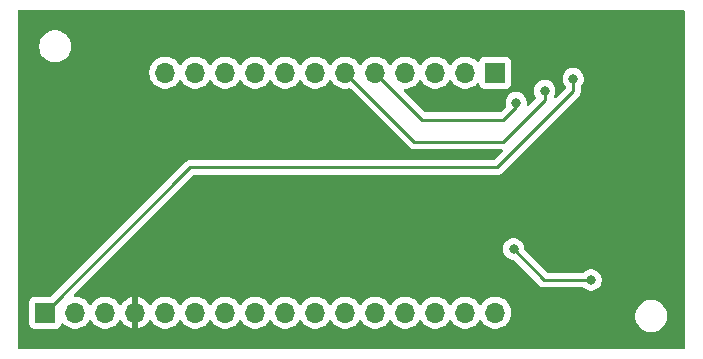
<source format=gbr>
%TF.GenerationSoftware,KiCad,Pcbnew,9.0.4*%
%TF.CreationDate,2025-11-17T08:26:25+00:00*%
%TF.ProjectId,MRF-Pro-v7.5,4d52462d-5072-46f2-9d76-372e352e6b69,rev?*%
%TF.SameCoordinates,Original*%
%TF.FileFunction,Copper,L2,Bot*%
%TF.FilePolarity,Positive*%
%FSLAX46Y46*%
G04 Gerber Fmt 4.6, Leading zero omitted, Abs format (unit mm)*
G04 Created by KiCad (PCBNEW 9.0.4) date 2025-11-17 08:26:25*
%MOMM*%
%LPD*%
G01*
G04 APERTURE LIST*
%TA.AperFunction,ComponentPad*%
%ADD10R,1.700000X1.700000*%
%TD*%
%TA.AperFunction,ComponentPad*%
%ADD11O,1.700000X1.700000*%
%TD*%
%TA.AperFunction,ViaPad*%
%ADD12C,0.800000*%
%TD*%
%TA.AperFunction,Conductor*%
%ADD13C,0.250000*%
%TD*%
G04 APERTURE END LIST*
D10*
%TO.P,J2,1,Pin_1*%
%TO.N,Net-(J2-Pin_1)*%
X146050000Y-101600000D03*
D11*
%TO.P,J2,2,Pin_2*%
%TO.N,Net-(J2-Pin_2)*%
X143510000Y-101600000D03*
%TO.P,J2,3,Pin_3*%
%TO.N,unconnected-(J2-Pin_3-Pad3)*%
X140970000Y-101600000D03*
%TO.P,J2,4,Pin_4*%
%TO.N,unconnected-(J2-Pin_4-Pad4)*%
X138430000Y-101600000D03*
%TO.P,J2,5,Pin_5*%
%TO.N,Net-(J2-Pin_5)*%
X135890000Y-101600000D03*
%TO.P,J2,6,Pin_6*%
%TO.N,Net-(J2-Pin_6)*%
X133350000Y-101600000D03*
%TO.P,J2,7,Pin_7*%
%TO.N,Net-(J2-Pin_7)*%
X130810000Y-101600000D03*
%TO.P,J2,8,Pin_8*%
%TO.N,unconnected-(J2-Pin_8-Pad8)*%
X128270000Y-101600000D03*
%TO.P,J2,9,Pin_9*%
%TO.N,unconnected-(J2-Pin_9-Pad9)*%
X125730000Y-101600000D03*
%TO.P,J2,10,Pin_10*%
%TO.N,unconnected-(J2-Pin_10-Pad10)*%
X123190000Y-101600000D03*
%TO.P,J2,11,Pin_11*%
%TO.N,unconnected-(J2-Pin_11-Pad11)*%
X120650000Y-101600000D03*
%TO.P,J2,12,Pin_12*%
%TO.N,unconnected-(J2-Pin_12-Pad12)*%
X118110000Y-101600000D03*
%TD*%
D10*
%TO.P,J1,1,Pin_1*%
%TO.N,Net-(J1-Pin_1)*%
X107950000Y-121920000D03*
D11*
%TO.P,J1,2,Pin_2*%
%TO.N,/3.3V*%
X110490000Y-121920000D03*
%TO.P,J1,3,Pin_3*%
%TO.N,unconnected-(J1-Pin_3-Pad3)*%
X113030000Y-121920000D03*
%TO.P,J1,4,Pin_4*%
%TO.N,/GND*%
X115570000Y-121920000D03*
%TO.P,J1,5,Pin_5*%
%TO.N,unconnected-(J1-Pin_5-Pad5)*%
X118110000Y-121920000D03*
%TO.P,J1,6,Pin_6*%
%TO.N,unconnected-(J1-Pin_6-Pad6)*%
X120650000Y-121920000D03*
%TO.P,J1,7,Pin_7*%
%TO.N,unconnected-(J1-Pin_7-Pad7)*%
X123190000Y-121920000D03*
%TO.P,J1,8,Pin_8*%
%TO.N,unconnected-(J1-Pin_8-Pad8)*%
X125730000Y-121920000D03*
%TO.P,J1,9,Pin_9*%
%TO.N,unconnected-(J1-Pin_9-Pad9)*%
X128270000Y-121920000D03*
%TO.P,J1,10,Pin_10*%
%TO.N,unconnected-(J1-Pin_10-Pad10)*%
X130810000Y-121920000D03*
%TO.P,J1,11,Pin_11*%
%TO.N,unconnected-(J1-Pin_11-Pad11)*%
X133350000Y-121920000D03*
%TO.P,J1,12,Pin_12*%
%TO.N,unconnected-(J1-Pin_12-Pad12)*%
X135890000Y-121920000D03*
%TO.P,J1,13,Pin_13*%
%TO.N,unconnected-(J1-Pin_13-Pad13)*%
X138430000Y-121920000D03*
%TO.P,J1,14,Pin_14*%
%TO.N,Net-(J1-Pin_14)*%
X140970000Y-121920000D03*
%TO.P,J1,15,Pin_15*%
%TO.N,Net-(J1-Pin_15)*%
X143510000Y-121920000D03*
%TO.P,J1,16,Pin_16*%
%TO.N,unconnected-(J1-Pin_16-Pad16)*%
X146050000Y-121920000D03*
%TD*%
D12*
%TO.N,Net-(J2-Pin_6)*%
X150241000Y-103124000D03*
%TO.N,/GND*%
X157650000Y-114620000D03*
X157672800Y-101100000D03*
%TO.N,Net-(J1-Pin_1)*%
X152654000Y-102108000D03*
%TO.N,Net-(J2-Pin_5)*%
X147828000Y-104140000D03*
%TO.N,Net-(J2-Pin_7)*%
X147599400Y-116535200D03*
X154178000Y-119151400D03*
%TD*%
D13*
%TO.N,Net-(J2-Pin_6)*%
X146735800Y-107442000D02*
X139192000Y-107442000D01*
X139192000Y-107442000D02*
X133350000Y-101600000D01*
X150241000Y-103124000D02*
X150291800Y-103174800D01*
X150291800Y-103174800D02*
X150291800Y-103886000D01*
X150291800Y-103886000D02*
X146735800Y-107442000D01*
%TO.N,Net-(J1-Pin_1)*%
X152654000Y-102108000D02*
X152654000Y-103174800D01*
X152654000Y-103174800D02*
X146202400Y-109626400D01*
X146202400Y-109626400D02*
X120243600Y-109626400D01*
X120243600Y-109626400D02*
X107950000Y-121920000D01*
%TO.N,Net-(J2-Pin_5)*%
X139877800Y-105587800D02*
X135890000Y-101600000D01*
X147828000Y-104140000D02*
X147828000Y-104495600D01*
X147828000Y-104495600D02*
X146735800Y-105587800D01*
X146735800Y-105587800D02*
X139877800Y-105587800D01*
%TO.N,Net-(J2-Pin_7)*%
X147599400Y-116535200D02*
X150215600Y-119151400D01*
X150215600Y-119151400D02*
X154178000Y-119151400D01*
%TD*%
%TA.AperFunction,Conductor*%
%TO.N,/GND*%
G36*
X162070739Y-96286185D02*
G01*
X162116494Y-96338989D01*
X162127700Y-96390500D01*
X162127700Y-124868900D01*
X162108015Y-124935939D01*
X162055211Y-124981694D01*
X162003700Y-124992900D01*
X105788500Y-124992900D01*
X105721461Y-124973215D01*
X105675706Y-124920411D01*
X105664500Y-124868900D01*
X105664500Y-121022135D01*
X106599500Y-121022135D01*
X106599500Y-122817870D01*
X106599501Y-122817876D01*
X106605908Y-122877483D01*
X106656202Y-123012328D01*
X106656206Y-123012335D01*
X106742452Y-123127544D01*
X106742455Y-123127547D01*
X106857664Y-123213793D01*
X106857671Y-123213797D01*
X106992517Y-123264091D01*
X106992516Y-123264091D01*
X106999444Y-123264835D01*
X107052127Y-123270500D01*
X108847872Y-123270499D01*
X108907483Y-123264091D01*
X109042331Y-123213796D01*
X109157546Y-123127546D01*
X109243796Y-123012331D01*
X109292810Y-122880916D01*
X109334681Y-122824984D01*
X109400145Y-122800566D01*
X109468418Y-122815417D01*
X109496673Y-122836569D01*
X109610213Y-122950109D01*
X109782179Y-123075048D01*
X109782181Y-123075049D01*
X109782184Y-123075051D01*
X109971588Y-123171557D01*
X110173757Y-123237246D01*
X110383713Y-123270500D01*
X110383714Y-123270500D01*
X110596286Y-123270500D01*
X110596287Y-123270500D01*
X110806243Y-123237246D01*
X111008412Y-123171557D01*
X111197816Y-123075051D01*
X111284138Y-123012335D01*
X111369786Y-122950109D01*
X111369788Y-122950106D01*
X111369792Y-122950104D01*
X111520104Y-122799792D01*
X111520106Y-122799788D01*
X111520109Y-122799786D01*
X111645048Y-122627820D01*
X111645047Y-122627820D01*
X111645051Y-122627816D01*
X111649514Y-122619054D01*
X111697488Y-122568259D01*
X111765308Y-122551463D01*
X111831444Y-122573999D01*
X111870486Y-122619056D01*
X111874951Y-122627820D01*
X111999890Y-122799786D01*
X112150213Y-122950109D01*
X112322179Y-123075048D01*
X112322181Y-123075049D01*
X112322184Y-123075051D01*
X112511588Y-123171557D01*
X112713757Y-123237246D01*
X112923713Y-123270500D01*
X112923714Y-123270500D01*
X113136286Y-123270500D01*
X113136287Y-123270500D01*
X113346243Y-123237246D01*
X113548412Y-123171557D01*
X113737816Y-123075051D01*
X113824138Y-123012335D01*
X113909786Y-122950109D01*
X113909788Y-122950106D01*
X113909792Y-122950104D01*
X114060104Y-122799792D01*
X114060106Y-122799788D01*
X114060109Y-122799786D01*
X114185048Y-122627820D01*
X114185051Y-122627816D01*
X114189793Y-122618508D01*
X114237763Y-122567711D01*
X114305583Y-122550911D01*
X114371719Y-122573445D01*
X114410763Y-122618500D01*
X114415377Y-122627555D01*
X114540272Y-122799459D01*
X114540276Y-122799464D01*
X114690535Y-122949723D01*
X114690540Y-122949727D01*
X114862442Y-123074620D01*
X115051782Y-123171095D01*
X115253871Y-123236757D01*
X115320000Y-123247231D01*
X115320000Y-122353012D01*
X115377007Y-122385925D01*
X115504174Y-122420000D01*
X115635826Y-122420000D01*
X115762993Y-122385925D01*
X115820000Y-122353012D01*
X115820000Y-123247230D01*
X115886126Y-123236757D01*
X115886129Y-123236757D01*
X116088217Y-123171095D01*
X116277557Y-123074620D01*
X116449459Y-122949727D01*
X116449464Y-122949723D01*
X116599723Y-122799464D01*
X116599727Y-122799459D01*
X116724620Y-122627558D01*
X116729232Y-122618507D01*
X116777205Y-122567709D01*
X116845025Y-122550912D01*
X116911161Y-122573447D01*
X116950204Y-122618504D01*
X116954949Y-122627817D01*
X117079890Y-122799786D01*
X117230213Y-122950109D01*
X117402179Y-123075048D01*
X117402181Y-123075049D01*
X117402184Y-123075051D01*
X117591588Y-123171557D01*
X117793757Y-123237246D01*
X118003713Y-123270500D01*
X118003714Y-123270500D01*
X118216286Y-123270500D01*
X118216287Y-123270500D01*
X118426243Y-123237246D01*
X118628412Y-123171557D01*
X118817816Y-123075051D01*
X118904138Y-123012335D01*
X118989786Y-122950109D01*
X118989788Y-122950106D01*
X118989792Y-122950104D01*
X119140104Y-122799792D01*
X119140106Y-122799788D01*
X119140109Y-122799786D01*
X119265048Y-122627820D01*
X119265047Y-122627820D01*
X119265051Y-122627816D01*
X119269514Y-122619054D01*
X119317488Y-122568259D01*
X119385308Y-122551463D01*
X119451444Y-122573999D01*
X119490486Y-122619056D01*
X119494951Y-122627820D01*
X119619890Y-122799786D01*
X119770213Y-122950109D01*
X119942179Y-123075048D01*
X119942181Y-123075049D01*
X119942184Y-123075051D01*
X120131588Y-123171557D01*
X120333757Y-123237246D01*
X120543713Y-123270500D01*
X120543714Y-123270500D01*
X120756286Y-123270500D01*
X120756287Y-123270500D01*
X120966243Y-123237246D01*
X121168412Y-123171557D01*
X121357816Y-123075051D01*
X121444138Y-123012335D01*
X121529786Y-122950109D01*
X121529788Y-122950106D01*
X121529792Y-122950104D01*
X121680104Y-122799792D01*
X121680106Y-122799788D01*
X121680109Y-122799786D01*
X121805048Y-122627820D01*
X121805047Y-122627820D01*
X121805051Y-122627816D01*
X121809514Y-122619054D01*
X121857488Y-122568259D01*
X121925308Y-122551463D01*
X121991444Y-122573999D01*
X122030486Y-122619056D01*
X122034951Y-122627820D01*
X122159890Y-122799786D01*
X122310213Y-122950109D01*
X122482179Y-123075048D01*
X122482181Y-123075049D01*
X122482184Y-123075051D01*
X122671588Y-123171557D01*
X122873757Y-123237246D01*
X123083713Y-123270500D01*
X123083714Y-123270500D01*
X123296286Y-123270500D01*
X123296287Y-123270500D01*
X123506243Y-123237246D01*
X123708412Y-123171557D01*
X123897816Y-123075051D01*
X123984138Y-123012335D01*
X124069786Y-122950109D01*
X124069788Y-122950106D01*
X124069792Y-122950104D01*
X124220104Y-122799792D01*
X124220106Y-122799788D01*
X124220109Y-122799786D01*
X124345048Y-122627820D01*
X124345047Y-122627820D01*
X124345051Y-122627816D01*
X124349514Y-122619054D01*
X124397488Y-122568259D01*
X124465308Y-122551463D01*
X124531444Y-122573999D01*
X124570486Y-122619056D01*
X124574951Y-122627820D01*
X124699890Y-122799786D01*
X124850213Y-122950109D01*
X125022179Y-123075048D01*
X125022181Y-123075049D01*
X125022184Y-123075051D01*
X125211588Y-123171557D01*
X125413757Y-123237246D01*
X125623713Y-123270500D01*
X125623714Y-123270500D01*
X125836286Y-123270500D01*
X125836287Y-123270500D01*
X126046243Y-123237246D01*
X126248412Y-123171557D01*
X126437816Y-123075051D01*
X126524138Y-123012335D01*
X126609786Y-122950109D01*
X126609788Y-122950106D01*
X126609792Y-122950104D01*
X126760104Y-122799792D01*
X126760106Y-122799788D01*
X126760109Y-122799786D01*
X126885048Y-122627820D01*
X126885047Y-122627820D01*
X126885051Y-122627816D01*
X126889514Y-122619054D01*
X126937488Y-122568259D01*
X127005308Y-122551463D01*
X127071444Y-122573999D01*
X127110486Y-122619056D01*
X127114951Y-122627820D01*
X127239890Y-122799786D01*
X127390213Y-122950109D01*
X127562179Y-123075048D01*
X127562181Y-123075049D01*
X127562184Y-123075051D01*
X127751588Y-123171557D01*
X127953757Y-123237246D01*
X128163713Y-123270500D01*
X128163714Y-123270500D01*
X128376286Y-123270500D01*
X128376287Y-123270500D01*
X128586243Y-123237246D01*
X128788412Y-123171557D01*
X128977816Y-123075051D01*
X129064138Y-123012335D01*
X129149786Y-122950109D01*
X129149788Y-122950106D01*
X129149792Y-122950104D01*
X129300104Y-122799792D01*
X129300106Y-122799788D01*
X129300109Y-122799786D01*
X129425048Y-122627820D01*
X129425047Y-122627820D01*
X129425051Y-122627816D01*
X129429514Y-122619054D01*
X129477488Y-122568259D01*
X129545308Y-122551463D01*
X129611444Y-122573999D01*
X129650486Y-122619056D01*
X129654951Y-122627820D01*
X129779890Y-122799786D01*
X129930213Y-122950109D01*
X130102179Y-123075048D01*
X130102181Y-123075049D01*
X130102184Y-123075051D01*
X130291588Y-123171557D01*
X130493757Y-123237246D01*
X130703713Y-123270500D01*
X130703714Y-123270500D01*
X130916286Y-123270500D01*
X130916287Y-123270500D01*
X131126243Y-123237246D01*
X131328412Y-123171557D01*
X131517816Y-123075051D01*
X131604138Y-123012335D01*
X131689786Y-122950109D01*
X131689788Y-122950106D01*
X131689792Y-122950104D01*
X131840104Y-122799792D01*
X131840106Y-122799788D01*
X131840109Y-122799786D01*
X131965048Y-122627820D01*
X131965047Y-122627820D01*
X131965051Y-122627816D01*
X131969514Y-122619054D01*
X132017488Y-122568259D01*
X132085308Y-122551463D01*
X132151444Y-122573999D01*
X132190486Y-122619056D01*
X132194951Y-122627820D01*
X132319890Y-122799786D01*
X132470213Y-122950109D01*
X132642179Y-123075048D01*
X132642181Y-123075049D01*
X132642184Y-123075051D01*
X132831588Y-123171557D01*
X133033757Y-123237246D01*
X133243713Y-123270500D01*
X133243714Y-123270500D01*
X133456286Y-123270500D01*
X133456287Y-123270500D01*
X133666243Y-123237246D01*
X133868412Y-123171557D01*
X134057816Y-123075051D01*
X134144138Y-123012335D01*
X134229786Y-122950109D01*
X134229788Y-122950106D01*
X134229792Y-122950104D01*
X134380104Y-122799792D01*
X134380106Y-122799788D01*
X134380109Y-122799786D01*
X134505048Y-122627820D01*
X134505047Y-122627820D01*
X134505051Y-122627816D01*
X134509514Y-122619054D01*
X134557488Y-122568259D01*
X134625308Y-122551463D01*
X134691444Y-122573999D01*
X134730486Y-122619056D01*
X134734951Y-122627820D01*
X134859890Y-122799786D01*
X135010213Y-122950109D01*
X135182179Y-123075048D01*
X135182181Y-123075049D01*
X135182184Y-123075051D01*
X135371588Y-123171557D01*
X135573757Y-123237246D01*
X135783713Y-123270500D01*
X135783714Y-123270500D01*
X135996286Y-123270500D01*
X135996287Y-123270500D01*
X136206243Y-123237246D01*
X136408412Y-123171557D01*
X136597816Y-123075051D01*
X136684138Y-123012335D01*
X136769786Y-122950109D01*
X136769788Y-122950106D01*
X136769792Y-122950104D01*
X136920104Y-122799792D01*
X136920106Y-122799788D01*
X136920109Y-122799786D01*
X137045048Y-122627820D01*
X137045047Y-122627820D01*
X137045051Y-122627816D01*
X137049514Y-122619054D01*
X137097488Y-122568259D01*
X137165308Y-122551463D01*
X137231444Y-122573999D01*
X137270486Y-122619056D01*
X137274951Y-122627820D01*
X137399890Y-122799786D01*
X137550213Y-122950109D01*
X137722179Y-123075048D01*
X137722181Y-123075049D01*
X137722184Y-123075051D01*
X137911588Y-123171557D01*
X138113757Y-123237246D01*
X138323713Y-123270500D01*
X138323714Y-123270500D01*
X138536286Y-123270500D01*
X138536287Y-123270500D01*
X138746243Y-123237246D01*
X138948412Y-123171557D01*
X139137816Y-123075051D01*
X139224138Y-123012335D01*
X139309786Y-122950109D01*
X139309788Y-122950106D01*
X139309792Y-122950104D01*
X139460104Y-122799792D01*
X139460106Y-122799788D01*
X139460109Y-122799786D01*
X139585048Y-122627820D01*
X139585047Y-122627820D01*
X139585051Y-122627816D01*
X139589514Y-122619054D01*
X139637488Y-122568259D01*
X139705308Y-122551463D01*
X139771444Y-122573999D01*
X139810486Y-122619056D01*
X139814951Y-122627820D01*
X139939890Y-122799786D01*
X140090213Y-122950109D01*
X140262179Y-123075048D01*
X140262181Y-123075049D01*
X140262184Y-123075051D01*
X140451588Y-123171557D01*
X140653757Y-123237246D01*
X140863713Y-123270500D01*
X140863714Y-123270500D01*
X141076286Y-123270500D01*
X141076287Y-123270500D01*
X141286243Y-123237246D01*
X141488412Y-123171557D01*
X141677816Y-123075051D01*
X141764138Y-123012335D01*
X141849786Y-122950109D01*
X141849788Y-122950106D01*
X141849792Y-122950104D01*
X142000104Y-122799792D01*
X142000106Y-122799788D01*
X142000109Y-122799786D01*
X142125048Y-122627820D01*
X142125047Y-122627820D01*
X142125051Y-122627816D01*
X142129514Y-122619054D01*
X142177488Y-122568259D01*
X142245308Y-122551463D01*
X142311444Y-122573999D01*
X142350486Y-122619056D01*
X142354951Y-122627820D01*
X142479890Y-122799786D01*
X142630213Y-122950109D01*
X142802179Y-123075048D01*
X142802181Y-123075049D01*
X142802184Y-123075051D01*
X142991588Y-123171557D01*
X143193757Y-123237246D01*
X143403713Y-123270500D01*
X143403714Y-123270500D01*
X143616286Y-123270500D01*
X143616287Y-123270500D01*
X143826243Y-123237246D01*
X144028412Y-123171557D01*
X144217816Y-123075051D01*
X144304138Y-123012335D01*
X144389786Y-122950109D01*
X144389788Y-122950106D01*
X144389792Y-122950104D01*
X144540104Y-122799792D01*
X144540106Y-122799788D01*
X144540109Y-122799786D01*
X144665048Y-122627820D01*
X144665047Y-122627820D01*
X144665051Y-122627816D01*
X144669514Y-122619054D01*
X144717488Y-122568259D01*
X144785308Y-122551463D01*
X144851444Y-122573999D01*
X144890486Y-122619056D01*
X144894951Y-122627820D01*
X145019890Y-122799786D01*
X145170213Y-122950109D01*
X145342179Y-123075048D01*
X145342181Y-123075049D01*
X145342184Y-123075051D01*
X145531588Y-123171557D01*
X145733757Y-123237246D01*
X145943713Y-123270500D01*
X145943714Y-123270500D01*
X146156286Y-123270500D01*
X146156287Y-123270500D01*
X146366243Y-123237246D01*
X146568412Y-123171557D01*
X146757816Y-123075051D01*
X146844138Y-123012335D01*
X146929786Y-122950109D01*
X146929788Y-122950106D01*
X146929792Y-122950104D01*
X147080104Y-122799792D01*
X147080106Y-122799788D01*
X147080109Y-122799786D01*
X147205048Y-122627820D01*
X147205047Y-122627820D01*
X147205051Y-122627816D01*
X147301557Y-122438412D01*
X147367246Y-122236243D01*
X147389916Y-122093113D01*
X157907500Y-122093113D01*
X157907500Y-122305686D01*
X157925605Y-122420000D01*
X157940754Y-122515643D01*
X157977201Y-122627816D01*
X158006444Y-122717814D01*
X158102951Y-122907220D01*
X158227890Y-123079186D01*
X158378213Y-123229509D01*
X158550179Y-123354448D01*
X158550181Y-123354449D01*
X158550184Y-123354451D01*
X158739588Y-123450957D01*
X158941757Y-123516646D01*
X159151713Y-123549900D01*
X159151714Y-123549900D01*
X159364286Y-123549900D01*
X159364287Y-123549900D01*
X159574243Y-123516646D01*
X159776412Y-123450957D01*
X159965816Y-123354451D01*
X159987789Y-123338486D01*
X160137786Y-123229509D01*
X160137788Y-123229506D01*
X160137792Y-123229504D01*
X160288104Y-123079192D01*
X160288106Y-123079188D01*
X160288109Y-123079186D01*
X160413048Y-122907220D01*
X160413047Y-122907220D01*
X160413051Y-122907216D01*
X160509557Y-122717812D01*
X160575246Y-122515643D01*
X160608500Y-122305687D01*
X160608500Y-122093113D01*
X160575246Y-121883157D01*
X160509557Y-121680988D01*
X160413051Y-121491584D01*
X160413049Y-121491581D01*
X160413048Y-121491579D01*
X160288109Y-121319613D01*
X160137786Y-121169290D01*
X159965820Y-121044351D01*
X159776414Y-120947844D01*
X159776413Y-120947843D01*
X159776412Y-120947843D01*
X159574243Y-120882154D01*
X159574241Y-120882153D01*
X159574240Y-120882153D01*
X159412957Y-120856608D01*
X159364287Y-120848900D01*
X159151713Y-120848900D01*
X159103042Y-120856608D01*
X158941760Y-120882153D01*
X158739585Y-120947844D01*
X158550179Y-121044351D01*
X158378213Y-121169290D01*
X158227890Y-121319613D01*
X158102951Y-121491579D01*
X158006444Y-121680985D01*
X157940753Y-121883160D01*
X157907500Y-122093113D01*
X147389916Y-122093113D01*
X147400500Y-122026287D01*
X147400500Y-121813713D01*
X147367246Y-121603757D01*
X147301557Y-121401588D01*
X147205051Y-121212184D01*
X147205049Y-121212181D01*
X147205048Y-121212179D01*
X147080109Y-121040213D01*
X146929786Y-120889890D01*
X146757820Y-120764951D01*
X146568414Y-120668444D01*
X146568413Y-120668443D01*
X146568412Y-120668443D01*
X146366243Y-120602754D01*
X146366241Y-120602753D01*
X146366240Y-120602753D01*
X146204957Y-120577208D01*
X146156287Y-120569500D01*
X145943713Y-120569500D01*
X145895042Y-120577208D01*
X145733760Y-120602753D01*
X145531585Y-120668444D01*
X145342179Y-120764951D01*
X145170213Y-120889890D01*
X145019890Y-121040213D01*
X144894949Y-121212182D01*
X144890484Y-121220946D01*
X144842509Y-121271742D01*
X144774688Y-121288536D01*
X144708553Y-121265998D01*
X144669516Y-121220946D01*
X144665050Y-121212182D01*
X144540109Y-121040213D01*
X144389786Y-120889890D01*
X144217820Y-120764951D01*
X144028414Y-120668444D01*
X144028413Y-120668443D01*
X144028412Y-120668443D01*
X143826243Y-120602754D01*
X143826241Y-120602753D01*
X143826240Y-120602753D01*
X143664957Y-120577208D01*
X143616287Y-120569500D01*
X143403713Y-120569500D01*
X143355042Y-120577208D01*
X143193760Y-120602753D01*
X142991585Y-120668444D01*
X142802179Y-120764951D01*
X142630213Y-120889890D01*
X142479890Y-121040213D01*
X142354949Y-121212182D01*
X142350484Y-121220946D01*
X142302509Y-121271742D01*
X142234688Y-121288536D01*
X142168553Y-121265998D01*
X142129516Y-121220946D01*
X142125050Y-121212182D01*
X142000109Y-121040213D01*
X141849786Y-120889890D01*
X141677820Y-120764951D01*
X141488414Y-120668444D01*
X141488413Y-120668443D01*
X141488412Y-120668443D01*
X141286243Y-120602754D01*
X141286241Y-120602753D01*
X141286240Y-120602753D01*
X141124957Y-120577208D01*
X141076287Y-120569500D01*
X140863713Y-120569500D01*
X140815042Y-120577208D01*
X140653760Y-120602753D01*
X140451585Y-120668444D01*
X140262179Y-120764951D01*
X140090213Y-120889890D01*
X139939890Y-121040213D01*
X139814949Y-121212182D01*
X139810484Y-121220946D01*
X139762509Y-121271742D01*
X139694688Y-121288536D01*
X139628553Y-121265998D01*
X139589516Y-121220946D01*
X139585050Y-121212182D01*
X139460109Y-121040213D01*
X139309786Y-120889890D01*
X139137820Y-120764951D01*
X138948414Y-120668444D01*
X138948413Y-120668443D01*
X138948412Y-120668443D01*
X138746243Y-120602754D01*
X138746241Y-120602753D01*
X138746240Y-120602753D01*
X138584957Y-120577208D01*
X138536287Y-120569500D01*
X138323713Y-120569500D01*
X138275042Y-120577208D01*
X138113760Y-120602753D01*
X137911585Y-120668444D01*
X137722179Y-120764951D01*
X137550213Y-120889890D01*
X137399890Y-121040213D01*
X137274949Y-121212182D01*
X137270484Y-121220946D01*
X137222509Y-121271742D01*
X137154688Y-121288536D01*
X137088553Y-121265998D01*
X137049516Y-121220946D01*
X137045050Y-121212182D01*
X136920109Y-121040213D01*
X136769786Y-120889890D01*
X136597820Y-120764951D01*
X136408414Y-120668444D01*
X136408413Y-120668443D01*
X136408412Y-120668443D01*
X136206243Y-120602754D01*
X136206241Y-120602753D01*
X136206240Y-120602753D01*
X136044957Y-120577208D01*
X135996287Y-120569500D01*
X135783713Y-120569500D01*
X135735042Y-120577208D01*
X135573760Y-120602753D01*
X135371585Y-120668444D01*
X135182179Y-120764951D01*
X135010213Y-120889890D01*
X134859890Y-121040213D01*
X134734949Y-121212182D01*
X134730484Y-121220946D01*
X134682509Y-121271742D01*
X134614688Y-121288536D01*
X134548553Y-121265998D01*
X134509516Y-121220946D01*
X134505050Y-121212182D01*
X134380109Y-121040213D01*
X134229786Y-120889890D01*
X134057820Y-120764951D01*
X133868414Y-120668444D01*
X133868413Y-120668443D01*
X133868412Y-120668443D01*
X133666243Y-120602754D01*
X133666241Y-120602753D01*
X133666240Y-120602753D01*
X133504957Y-120577208D01*
X133456287Y-120569500D01*
X133243713Y-120569500D01*
X133195042Y-120577208D01*
X133033760Y-120602753D01*
X132831585Y-120668444D01*
X132642179Y-120764951D01*
X132470213Y-120889890D01*
X132319890Y-121040213D01*
X132194949Y-121212182D01*
X132190484Y-121220946D01*
X132142509Y-121271742D01*
X132074688Y-121288536D01*
X132008553Y-121265998D01*
X131969516Y-121220946D01*
X131965050Y-121212182D01*
X131840109Y-121040213D01*
X131689786Y-120889890D01*
X131517820Y-120764951D01*
X131328414Y-120668444D01*
X131328413Y-120668443D01*
X131328412Y-120668443D01*
X131126243Y-120602754D01*
X131126241Y-120602753D01*
X131126240Y-120602753D01*
X130964957Y-120577208D01*
X130916287Y-120569500D01*
X130703713Y-120569500D01*
X130655042Y-120577208D01*
X130493760Y-120602753D01*
X130291585Y-120668444D01*
X130102179Y-120764951D01*
X129930213Y-120889890D01*
X129779890Y-121040213D01*
X129654949Y-121212182D01*
X129650484Y-121220946D01*
X129602509Y-121271742D01*
X129534688Y-121288536D01*
X129468553Y-121265998D01*
X129429516Y-121220946D01*
X129425050Y-121212182D01*
X129300109Y-121040213D01*
X129149786Y-120889890D01*
X128977820Y-120764951D01*
X128788414Y-120668444D01*
X128788413Y-120668443D01*
X128788412Y-120668443D01*
X128586243Y-120602754D01*
X128586241Y-120602753D01*
X128586240Y-120602753D01*
X128424957Y-120577208D01*
X128376287Y-120569500D01*
X128163713Y-120569500D01*
X128115042Y-120577208D01*
X127953760Y-120602753D01*
X127751585Y-120668444D01*
X127562179Y-120764951D01*
X127390213Y-120889890D01*
X127239890Y-121040213D01*
X127114949Y-121212182D01*
X127110484Y-121220946D01*
X127062509Y-121271742D01*
X126994688Y-121288536D01*
X126928553Y-121265998D01*
X126889516Y-121220946D01*
X126885050Y-121212182D01*
X126760109Y-121040213D01*
X126609786Y-120889890D01*
X126437820Y-120764951D01*
X126248414Y-120668444D01*
X126248413Y-120668443D01*
X126248412Y-120668443D01*
X126046243Y-120602754D01*
X126046241Y-120602753D01*
X126046240Y-120602753D01*
X125884957Y-120577208D01*
X125836287Y-120569500D01*
X125623713Y-120569500D01*
X125575042Y-120577208D01*
X125413760Y-120602753D01*
X125211585Y-120668444D01*
X125022179Y-120764951D01*
X124850213Y-120889890D01*
X124699890Y-121040213D01*
X124574949Y-121212182D01*
X124570484Y-121220946D01*
X124522509Y-121271742D01*
X124454688Y-121288536D01*
X124388553Y-121265998D01*
X124349516Y-121220946D01*
X124345050Y-121212182D01*
X124220109Y-121040213D01*
X124069786Y-120889890D01*
X123897820Y-120764951D01*
X123708414Y-120668444D01*
X123708413Y-120668443D01*
X123708412Y-120668443D01*
X123506243Y-120602754D01*
X123506241Y-120602753D01*
X123506240Y-120602753D01*
X123344957Y-120577208D01*
X123296287Y-120569500D01*
X123083713Y-120569500D01*
X123035042Y-120577208D01*
X122873760Y-120602753D01*
X122671585Y-120668444D01*
X122482179Y-120764951D01*
X122310213Y-120889890D01*
X122159890Y-121040213D01*
X122034949Y-121212182D01*
X122030484Y-121220946D01*
X121982509Y-121271742D01*
X121914688Y-121288536D01*
X121848553Y-121265998D01*
X121809516Y-121220946D01*
X121805050Y-121212182D01*
X121680109Y-121040213D01*
X121529786Y-120889890D01*
X121357820Y-120764951D01*
X121168414Y-120668444D01*
X121168413Y-120668443D01*
X121168412Y-120668443D01*
X120966243Y-120602754D01*
X120966241Y-120602753D01*
X120966240Y-120602753D01*
X120804957Y-120577208D01*
X120756287Y-120569500D01*
X120543713Y-120569500D01*
X120495042Y-120577208D01*
X120333760Y-120602753D01*
X120131585Y-120668444D01*
X119942179Y-120764951D01*
X119770213Y-120889890D01*
X119619890Y-121040213D01*
X119494949Y-121212182D01*
X119490484Y-121220946D01*
X119442509Y-121271742D01*
X119374688Y-121288536D01*
X119308553Y-121265998D01*
X119269516Y-121220946D01*
X119265050Y-121212182D01*
X119140109Y-121040213D01*
X118989786Y-120889890D01*
X118817820Y-120764951D01*
X118628414Y-120668444D01*
X118628413Y-120668443D01*
X118628412Y-120668443D01*
X118426243Y-120602754D01*
X118426241Y-120602753D01*
X118426240Y-120602753D01*
X118264957Y-120577208D01*
X118216287Y-120569500D01*
X118003713Y-120569500D01*
X117955042Y-120577208D01*
X117793760Y-120602753D01*
X117591585Y-120668444D01*
X117402179Y-120764951D01*
X117230213Y-120889890D01*
X117079890Y-121040213D01*
X116954949Y-121212182D01*
X116950202Y-121221499D01*
X116902227Y-121272293D01*
X116834405Y-121289087D01*
X116768271Y-121266548D01*
X116729234Y-121221495D01*
X116724622Y-121212444D01*
X116599727Y-121040540D01*
X116599723Y-121040535D01*
X116449464Y-120890276D01*
X116449459Y-120890272D01*
X116277557Y-120765379D01*
X116088215Y-120668903D01*
X115886124Y-120603241D01*
X115820000Y-120592768D01*
X115820000Y-121486988D01*
X115762993Y-121454075D01*
X115635826Y-121420000D01*
X115504174Y-121420000D01*
X115377007Y-121454075D01*
X115320000Y-121486988D01*
X115320000Y-120592768D01*
X115319999Y-120592768D01*
X115253875Y-120603241D01*
X115051784Y-120668903D01*
X114862442Y-120765379D01*
X114690540Y-120890272D01*
X114690535Y-120890276D01*
X114540276Y-121040535D01*
X114540272Y-121040540D01*
X114415378Y-121212443D01*
X114410762Y-121221502D01*
X114362784Y-121272295D01*
X114294963Y-121289087D01*
X114228829Y-121266546D01*
X114189794Y-121221493D01*
X114185051Y-121212184D01*
X114185049Y-121212181D01*
X114185048Y-121212179D01*
X114060109Y-121040213D01*
X113909786Y-120889890D01*
X113737820Y-120764951D01*
X113548414Y-120668444D01*
X113548413Y-120668443D01*
X113548412Y-120668443D01*
X113346243Y-120602754D01*
X113346241Y-120602753D01*
X113346240Y-120602753D01*
X113184957Y-120577208D01*
X113136287Y-120569500D01*
X112923713Y-120569500D01*
X112875042Y-120577208D01*
X112713760Y-120602753D01*
X112511585Y-120668444D01*
X112322179Y-120764951D01*
X112150213Y-120889890D01*
X111999890Y-121040213D01*
X111874949Y-121212182D01*
X111870484Y-121220946D01*
X111822509Y-121271742D01*
X111754688Y-121288536D01*
X111688553Y-121265998D01*
X111649516Y-121220946D01*
X111645050Y-121212182D01*
X111520109Y-121040213D01*
X111369786Y-120889890D01*
X111197820Y-120764951D01*
X111008414Y-120668444D01*
X111008413Y-120668443D01*
X111008412Y-120668443D01*
X110806243Y-120602754D01*
X110806241Y-120602753D01*
X110806240Y-120602753D01*
X110644957Y-120577208D01*
X110596287Y-120569500D01*
X110484451Y-120569500D01*
X110417412Y-120549815D01*
X110371657Y-120497011D01*
X110361713Y-120427853D01*
X110390738Y-120364297D01*
X110396770Y-120357819D01*
X114308085Y-116446504D01*
X146698900Y-116446504D01*
X146698900Y-116623895D01*
X146733503Y-116797858D01*
X146733506Y-116797867D01*
X146801383Y-116961740D01*
X146801390Y-116961753D01*
X146899935Y-117109234D01*
X146899938Y-117109238D01*
X147025361Y-117234661D01*
X147025365Y-117234664D01*
X147172846Y-117333209D01*
X147172859Y-117333216D01*
X147295763Y-117384123D01*
X147336734Y-117401094D01*
X147336736Y-117401094D01*
X147336741Y-117401096D01*
X147510704Y-117435699D01*
X147510707Y-117435700D01*
X147510709Y-117435700D01*
X147563948Y-117435700D01*
X147630987Y-117455385D01*
X147651629Y-117472019D01*
X149816863Y-119637255D01*
X149816867Y-119637258D01*
X149919310Y-119705709D01*
X149919311Y-119705709D01*
X149919315Y-119705712D01*
X149985997Y-119733332D01*
X150033148Y-119752863D01*
X150053197Y-119756851D01*
X150118224Y-119769785D01*
X150153992Y-119776901D01*
X150153994Y-119776901D01*
X150283321Y-119776901D01*
X150283341Y-119776900D01*
X153478639Y-119776900D01*
X153545678Y-119796585D01*
X153566321Y-119813220D01*
X153603961Y-119850861D01*
X153603965Y-119850864D01*
X153751446Y-119949409D01*
X153751459Y-119949416D01*
X153874363Y-120000323D01*
X153915334Y-120017294D01*
X153915336Y-120017294D01*
X153915341Y-120017296D01*
X154089304Y-120051899D01*
X154089307Y-120051900D01*
X154089309Y-120051900D01*
X154266693Y-120051900D01*
X154266694Y-120051899D01*
X154324682Y-120040364D01*
X154440658Y-120017296D01*
X154440661Y-120017294D01*
X154440666Y-120017294D01*
X154604547Y-119949413D01*
X154752035Y-119850864D01*
X154877464Y-119725435D01*
X154976013Y-119577947D01*
X155043894Y-119414066D01*
X155078500Y-119240091D01*
X155078500Y-119062709D01*
X155078500Y-119062706D01*
X155078499Y-119062704D01*
X155043896Y-118888741D01*
X155043893Y-118888732D01*
X154976016Y-118724859D01*
X154976009Y-118724846D01*
X154877464Y-118577365D01*
X154877461Y-118577361D01*
X154752038Y-118451938D01*
X154752034Y-118451935D01*
X154604553Y-118353390D01*
X154604540Y-118353383D01*
X154440667Y-118285506D01*
X154440658Y-118285503D01*
X154266694Y-118250900D01*
X154266691Y-118250900D01*
X154089309Y-118250900D01*
X154089306Y-118250900D01*
X153915341Y-118285503D01*
X153915332Y-118285506D01*
X153751459Y-118353383D01*
X153751446Y-118353390D01*
X153603965Y-118451935D01*
X153603961Y-118451938D01*
X153566321Y-118489580D01*
X153504999Y-118523066D01*
X153478639Y-118525900D01*
X150526053Y-118525900D01*
X150459014Y-118506215D01*
X150438372Y-118489581D01*
X148536219Y-116587428D01*
X148502734Y-116526105D01*
X148499900Y-116499747D01*
X148499900Y-116446506D01*
X148499899Y-116446504D01*
X148465296Y-116272541D01*
X148465293Y-116272532D01*
X148397416Y-116108659D01*
X148397409Y-116108646D01*
X148298864Y-115961165D01*
X148298861Y-115961161D01*
X148173438Y-115835738D01*
X148173434Y-115835735D01*
X148025953Y-115737190D01*
X148025940Y-115737183D01*
X147862067Y-115669306D01*
X147862058Y-115669303D01*
X147688094Y-115634700D01*
X147688091Y-115634700D01*
X147510709Y-115634700D01*
X147510706Y-115634700D01*
X147336741Y-115669303D01*
X147336732Y-115669306D01*
X147172859Y-115737183D01*
X147172846Y-115737190D01*
X147025365Y-115835735D01*
X147025361Y-115835738D01*
X146899938Y-115961161D01*
X146899935Y-115961165D01*
X146801390Y-116108646D01*
X146801383Y-116108659D01*
X146733506Y-116272532D01*
X146733503Y-116272541D01*
X146698900Y-116446504D01*
X114308085Y-116446504D01*
X114401853Y-116352736D01*
X120466371Y-110288219D01*
X120527694Y-110254734D01*
X120554052Y-110251900D01*
X146264007Y-110251900D01*
X146324429Y-110239881D01*
X146384852Y-110227863D01*
X146418192Y-110214052D01*
X146498686Y-110180712D01*
X146549909Y-110146484D01*
X146601133Y-110112258D01*
X146688258Y-110025133D01*
X146688259Y-110025131D01*
X146695325Y-110018065D01*
X146695328Y-110018061D01*
X153052729Y-103660660D01*
X153052733Y-103660658D01*
X153139858Y-103573533D01*
X153208311Y-103471086D01*
X153255463Y-103357252D01*
X153279500Y-103236406D01*
X153279500Y-102807361D01*
X153299185Y-102740322D01*
X153315820Y-102719679D01*
X153353461Y-102682038D01*
X153353464Y-102682035D01*
X153452013Y-102534547D01*
X153519894Y-102370666D01*
X153528782Y-102325987D01*
X153554499Y-102196695D01*
X153554500Y-102196693D01*
X153554500Y-102019306D01*
X153554499Y-102019304D01*
X153519896Y-101845341D01*
X153519893Y-101845332D01*
X153452016Y-101681459D01*
X153452009Y-101681446D01*
X153353464Y-101533965D01*
X153353461Y-101533961D01*
X153228038Y-101408538D01*
X153228034Y-101408535D01*
X153080553Y-101309990D01*
X153080540Y-101309983D01*
X152916667Y-101242106D01*
X152916658Y-101242103D01*
X152742694Y-101207500D01*
X152742691Y-101207500D01*
X152565309Y-101207500D01*
X152565306Y-101207500D01*
X152391341Y-101242103D01*
X152391332Y-101242106D01*
X152227459Y-101309983D01*
X152227446Y-101309990D01*
X152079965Y-101408535D01*
X152079961Y-101408538D01*
X151954538Y-101533961D01*
X151954535Y-101533965D01*
X151855990Y-101681446D01*
X151855983Y-101681459D01*
X151788106Y-101845332D01*
X151788103Y-101845341D01*
X151753500Y-102019304D01*
X151753500Y-102196695D01*
X151788103Y-102370658D01*
X151788106Y-102370667D01*
X151855983Y-102534540D01*
X151855990Y-102534553D01*
X151954535Y-102682034D01*
X151954538Y-102682038D01*
X151992180Y-102719679D01*
X152006885Y-102746609D01*
X152023477Y-102772426D01*
X152024368Y-102778624D01*
X152025666Y-102781001D01*
X152028500Y-102807361D01*
X152028500Y-102864347D01*
X152008815Y-102931386D01*
X151992181Y-102952028D01*
X151215109Y-103729100D01*
X151153786Y-103762585D01*
X151084094Y-103757601D01*
X151028161Y-103715729D01*
X151003744Y-103650265D01*
X151018596Y-103581992D01*
X151024327Y-103572527D01*
X151039008Y-103550555D01*
X151039009Y-103550552D01*
X151039013Y-103550547D01*
X151106894Y-103386666D01*
X151112745Y-103357254D01*
X151136782Y-103236410D01*
X151141500Y-103212691D01*
X151141500Y-103035309D01*
X151141500Y-103035306D01*
X151141499Y-103035304D01*
X151106896Y-102861341D01*
X151106893Y-102861332D01*
X151039016Y-102697459D01*
X151039009Y-102697446D01*
X150940464Y-102549965D01*
X150940461Y-102549961D01*
X150815038Y-102424538D01*
X150815034Y-102424535D01*
X150667553Y-102325990D01*
X150667540Y-102325983D01*
X150503667Y-102258106D01*
X150503658Y-102258103D01*
X150329694Y-102223500D01*
X150329691Y-102223500D01*
X150152309Y-102223500D01*
X150152306Y-102223500D01*
X149978341Y-102258103D01*
X149978332Y-102258106D01*
X149814459Y-102325983D01*
X149814446Y-102325990D01*
X149666965Y-102424535D01*
X149666961Y-102424538D01*
X149541538Y-102549961D01*
X149541535Y-102549965D01*
X149442990Y-102697446D01*
X149442983Y-102697459D01*
X149375106Y-102861332D01*
X149375103Y-102861341D01*
X149340500Y-103035304D01*
X149340500Y-103212695D01*
X149375103Y-103386658D01*
X149375106Y-103386667D01*
X149442983Y-103550540D01*
X149442990Y-103550553D01*
X149506482Y-103645575D01*
X149527360Y-103712253D01*
X149508875Y-103779633D01*
X149491061Y-103802147D01*
X148934111Y-104359097D01*
X148872788Y-104392582D01*
X148803096Y-104387598D01*
X148747163Y-104345726D01*
X148722746Y-104280262D01*
X148724814Y-104247220D01*
X148728500Y-104228693D01*
X148728500Y-104051306D01*
X148728499Y-104051304D01*
X148693896Y-103877341D01*
X148693893Y-103877332D01*
X148626016Y-103713459D01*
X148626009Y-103713446D01*
X148527464Y-103565965D01*
X148527461Y-103565961D01*
X148402038Y-103440538D01*
X148402034Y-103440535D01*
X148254553Y-103341990D01*
X148254540Y-103341983D01*
X148090667Y-103274106D01*
X148090658Y-103274103D01*
X147916694Y-103239500D01*
X147916691Y-103239500D01*
X147739309Y-103239500D01*
X147739306Y-103239500D01*
X147565341Y-103274103D01*
X147565332Y-103274106D01*
X147401459Y-103341983D01*
X147401446Y-103341990D01*
X147253965Y-103440535D01*
X147253961Y-103440538D01*
X147128538Y-103565961D01*
X147128535Y-103565965D01*
X147029990Y-103713446D01*
X147029983Y-103713459D01*
X146962106Y-103877332D01*
X146962103Y-103877341D01*
X146927500Y-104051304D01*
X146927500Y-104228695D01*
X146961491Y-104399581D01*
X146955264Y-104469173D01*
X146927555Y-104511453D01*
X146513029Y-104925981D01*
X146451706Y-104959466D01*
X146425348Y-104962300D01*
X140188252Y-104962300D01*
X140121213Y-104942615D01*
X140100571Y-104925981D01*
X138336771Y-103162181D01*
X138303286Y-103100858D01*
X138308270Y-103031166D01*
X138350142Y-102975233D01*
X138415606Y-102950816D01*
X138424452Y-102950500D01*
X138536286Y-102950500D01*
X138536287Y-102950500D01*
X138746243Y-102917246D01*
X138948412Y-102851557D01*
X139137816Y-102755051D01*
X139217085Y-102697459D01*
X139309786Y-102630109D01*
X139309788Y-102630106D01*
X139309792Y-102630104D01*
X139460104Y-102479792D01*
X139460106Y-102479788D01*
X139460109Y-102479786D01*
X139585048Y-102307820D01*
X139585047Y-102307820D01*
X139585051Y-102307816D01*
X139589514Y-102299054D01*
X139637488Y-102248259D01*
X139705308Y-102231463D01*
X139771444Y-102253999D01*
X139810486Y-102299056D01*
X139814951Y-102307820D01*
X139939890Y-102479786D01*
X140090213Y-102630109D01*
X140262179Y-102755048D01*
X140262181Y-102755049D01*
X140262184Y-102755051D01*
X140451588Y-102851557D01*
X140653757Y-102917246D01*
X140863713Y-102950500D01*
X140863714Y-102950500D01*
X141076286Y-102950500D01*
X141076287Y-102950500D01*
X141286243Y-102917246D01*
X141488412Y-102851557D01*
X141677816Y-102755051D01*
X141757085Y-102697459D01*
X141849786Y-102630109D01*
X141849788Y-102630106D01*
X141849792Y-102630104D01*
X142000104Y-102479792D01*
X142000106Y-102479788D01*
X142000109Y-102479786D01*
X142125048Y-102307820D01*
X142125047Y-102307820D01*
X142125051Y-102307816D01*
X142129514Y-102299054D01*
X142177488Y-102248259D01*
X142245308Y-102231463D01*
X142311444Y-102253999D01*
X142350486Y-102299056D01*
X142354951Y-102307820D01*
X142479890Y-102479786D01*
X142630213Y-102630109D01*
X142802179Y-102755048D01*
X142802181Y-102755049D01*
X142802184Y-102755051D01*
X142991588Y-102851557D01*
X143193757Y-102917246D01*
X143403713Y-102950500D01*
X143403714Y-102950500D01*
X143616286Y-102950500D01*
X143616287Y-102950500D01*
X143826243Y-102917246D01*
X144028412Y-102851557D01*
X144217816Y-102755051D01*
X144304147Y-102692328D01*
X144389784Y-102630110D01*
X144389784Y-102630109D01*
X144389792Y-102630104D01*
X144503329Y-102516566D01*
X144564648Y-102483084D01*
X144634340Y-102488068D01*
X144690274Y-102529939D01*
X144707189Y-102560917D01*
X144756202Y-102692328D01*
X144756206Y-102692335D01*
X144842452Y-102807544D01*
X144842455Y-102807547D01*
X144957664Y-102893793D01*
X144957671Y-102893797D01*
X145092517Y-102944091D01*
X145092516Y-102944091D01*
X145099444Y-102944835D01*
X145152127Y-102950500D01*
X146947872Y-102950499D01*
X147007483Y-102944091D01*
X147142331Y-102893796D01*
X147257546Y-102807546D01*
X147343796Y-102692331D01*
X147394091Y-102557483D01*
X147400500Y-102497873D01*
X147400499Y-100702128D01*
X147394091Y-100642517D01*
X147392810Y-100639083D01*
X147343797Y-100507671D01*
X147343793Y-100507664D01*
X147257547Y-100392455D01*
X147257544Y-100392452D01*
X147142335Y-100306206D01*
X147142328Y-100306202D01*
X147007482Y-100255908D01*
X147007483Y-100255908D01*
X146947883Y-100249501D01*
X146947881Y-100249500D01*
X146947873Y-100249500D01*
X146947864Y-100249500D01*
X145152129Y-100249500D01*
X145152123Y-100249501D01*
X145092516Y-100255908D01*
X144957671Y-100306202D01*
X144957664Y-100306206D01*
X144842455Y-100392452D01*
X144842452Y-100392455D01*
X144756206Y-100507664D01*
X144756203Y-100507669D01*
X144707189Y-100639083D01*
X144665317Y-100695016D01*
X144599853Y-100719433D01*
X144531580Y-100704581D01*
X144503326Y-100683430D01*
X144389786Y-100569890D01*
X144217820Y-100444951D01*
X144028414Y-100348444D01*
X144028413Y-100348443D01*
X144028412Y-100348443D01*
X143826243Y-100282754D01*
X143826241Y-100282753D01*
X143826240Y-100282753D01*
X143664957Y-100257208D01*
X143616287Y-100249500D01*
X143403713Y-100249500D01*
X143355042Y-100257208D01*
X143193760Y-100282753D01*
X142991585Y-100348444D01*
X142802179Y-100444951D01*
X142630213Y-100569890D01*
X142479890Y-100720213D01*
X142354949Y-100892182D01*
X142350484Y-100900946D01*
X142302509Y-100951742D01*
X142234688Y-100968536D01*
X142168553Y-100945998D01*
X142129516Y-100900946D01*
X142125050Y-100892182D01*
X142000109Y-100720213D01*
X141849786Y-100569890D01*
X141677820Y-100444951D01*
X141488414Y-100348444D01*
X141488413Y-100348443D01*
X141488412Y-100348443D01*
X141286243Y-100282754D01*
X141286241Y-100282753D01*
X141286240Y-100282753D01*
X141124957Y-100257208D01*
X141076287Y-100249500D01*
X140863713Y-100249500D01*
X140815042Y-100257208D01*
X140653760Y-100282753D01*
X140451585Y-100348444D01*
X140262179Y-100444951D01*
X140090213Y-100569890D01*
X139939890Y-100720213D01*
X139814949Y-100892182D01*
X139810484Y-100900946D01*
X139762509Y-100951742D01*
X139694688Y-100968536D01*
X139628553Y-100945998D01*
X139589516Y-100900946D01*
X139585050Y-100892182D01*
X139460109Y-100720213D01*
X139309786Y-100569890D01*
X139137820Y-100444951D01*
X138948414Y-100348444D01*
X138948413Y-100348443D01*
X138948412Y-100348443D01*
X138746243Y-100282754D01*
X138746241Y-100282753D01*
X138746240Y-100282753D01*
X138584957Y-100257208D01*
X138536287Y-100249500D01*
X138323713Y-100249500D01*
X138275042Y-100257208D01*
X138113760Y-100282753D01*
X137911585Y-100348444D01*
X137722179Y-100444951D01*
X137550213Y-100569890D01*
X137399890Y-100720213D01*
X137274949Y-100892182D01*
X137270484Y-100900946D01*
X137222509Y-100951742D01*
X137154688Y-100968536D01*
X137088553Y-100945998D01*
X137049516Y-100900946D01*
X137045050Y-100892182D01*
X136920109Y-100720213D01*
X136769786Y-100569890D01*
X136597820Y-100444951D01*
X136408414Y-100348444D01*
X136408413Y-100348443D01*
X136408412Y-100348443D01*
X136206243Y-100282754D01*
X136206241Y-100282753D01*
X136206240Y-100282753D01*
X136044957Y-100257208D01*
X135996287Y-100249500D01*
X135783713Y-100249500D01*
X135735042Y-100257208D01*
X135573760Y-100282753D01*
X135371585Y-100348444D01*
X135182179Y-100444951D01*
X135010213Y-100569890D01*
X134859890Y-100720213D01*
X134734949Y-100892182D01*
X134730484Y-100900946D01*
X134682509Y-100951742D01*
X134614688Y-100968536D01*
X134548553Y-100945998D01*
X134509516Y-100900946D01*
X134505050Y-100892182D01*
X134380109Y-100720213D01*
X134229786Y-100569890D01*
X134057820Y-100444951D01*
X133868414Y-100348444D01*
X133868413Y-100348443D01*
X133868412Y-100348443D01*
X133666243Y-100282754D01*
X133666241Y-100282753D01*
X133666240Y-100282753D01*
X133504957Y-100257208D01*
X133456287Y-100249500D01*
X133243713Y-100249500D01*
X133195042Y-100257208D01*
X133033760Y-100282753D01*
X132831585Y-100348444D01*
X132642179Y-100444951D01*
X132470213Y-100569890D01*
X132319890Y-100720213D01*
X132194949Y-100892182D01*
X132190484Y-100900946D01*
X132142509Y-100951742D01*
X132074688Y-100968536D01*
X132008553Y-100945998D01*
X131969516Y-100900946D01*
X131965050Y-100892182D01*
X131840109Y-100720213D01*
X131689786Y-100569890D01*
X131517820Y-100444951D01*
X131328414Y-100348444D01*
X131328413Y-100348443D01*
X131328412Y-100348443D01*
X131126243Y-100282754D01*
X131126241Y-100282753D01*
X131126240Y-100282753D01*
X130964957Y-100257208D01*
X130916287Y-100249500D01*
X130703713Y-100249500D01*
X130655042Y-100257208D01*
X130493760Y-100282753D01*
X130291585Y-100348444D01*
X130102179Y-100444951D01*
X129930213Y-100569890D01*
X129779890Y-100720213D01*
X129654949Y-100892182D01*
X129650484Y-100900946D01*
X129602509Y-100951742D01*
X129534688Y-100968536D01*
X129468553Y-100945998D01*
X129429516Y-100900946D01*
X129425050Y-100892182D01*
X129300109Y-100720213D01*
X129149786Y-100569890D01*
X128977820Y-100444951D01*
X128788414Y-100348444D01*
X128788413Y-100348443D01*
X128788412Y-100348443D01*
X128586243Y-100282754D01*
X128586241Y-100282753D01*
X128586240Y-100282753D01*
X128424957Y-100257208D01*
X128376287Y-100249500D01*
X128163713Y-100249500D01*
X128115042Y-100257208D01*
X127953760Y-100282753D01*
X127751585Y-100348444D01*
X127562179Y-100444951D01*
X127390213Y-100569890D01*
X127239890Y-100720213D01*
X127114949Y-100892182D01*
X127110484Y-100900946D01*
X127062509Y-100951742D01*
X126994688Y-100968536D01*
X126928553Y-100945998D01*
X126889516Y-100900946D01*
X126885050Y-100892182D01*
X126760109Y-100720213D01*
X126609786Y-100569890D01*
X126437820Y-100444951D01*
X126248414Y-100348444D01*
X126248413Y-100348443D01*
X126248412Y-100348443D01*
X126046243Y-100282754D01*
X126046241Y-100282753D01*
X126046240Y-100282753D01*
X125884957Y-100257208D01*
X125836287Y-100249500D01*
X125623713Y-100249500D01*
X125575042Y-100257208D01*
X125413760Y-100282753D01*
X125211585Y-100348444D01*
X125022179Y-100444951D01*
X124850213Y-100569890D01*
X124699890Y-100720213D01*
X124574949Y-100892182D01*
X124570484Y-100900946D01*
X124522509Y-100951742D01*
X124454688Y-100968536D01*
X124388553Y-100945998D01*
X124349516Y-100900946D01*
X124345050Y-100892182D01*
X124220109Y-100720213D01*
X124069786Y-100569890D01*
X123897820Y-100444951D01*
X123708414Y-100348444D01*
X123708413Y-100348443D01*
X123708412Y-100348443D01*
X123506243Y-100282754D01*
X123506241Y-100282753D01*
X123506240Y-100282753D01*
X123344957Y-100257208D01*
X123296287Y-100249500D01*
X123083713Y-100249500D01*
X123035042Y-100257208D01*
X122873760Y-100282753D01*
X122671585Y-100348444D01*
X122482179Y-100444951D01*
X122310213Y-100569890D01*
X122159890Y-100720213D01*
X122034949Y-100892182D01*
X122030484Y-100900946D01*
X121982509Y-100951742D01*
X121914688Y-100968536D01*
X121848553Y-100945998D01*
X121809516Y-100900946D01*
X121805050Y-100892182D01*
X121680109Y-100720213D01*
X121529786Y-100569890D01*
X121357820Y-100444951D01*
X121168414Y-100348444D01*
X121168413Y-100348443D01*
X121168412Y-100348443D01*
X120966243Y-100282754D01*
X120966241Y-100282753D01*
X120966240Y-100282753D01*
X120804957Y-100257208D01*
X120756287Y-100249500D01*
X120543713Y-100249500D01*
X120495042Y-100257208D01*
X120333760Y-100282753D01*
X120131585Y-100348444D01*
X119942179Y-100444951D01*
X119770213Y-100569890D01*
X119619890Y-100720213D01*
X119494949Y-100892182D01*
X119490484Y-100900946D01*
X119442509Y-100951742D01*
X119374688Y-100968536D01*
X119308553Y-100945998D01*
X119269516Y-100900946D01*
X119265050Y-100892182D01*
X119140109Y-100720213D01*
X118989786Y-100569890D01*
X118817820Y-100444951D01*
X118628414Y-100348444D01*
X118628413Y-100348443D01*
X118628412Y-100348443D01*
X118426243Y-100282754D01*
X118426241Y-100282753D01*
X118426240Y-100282753D01*
X118264957Y-100257208D01*
X118216287Y-100249500D01*
X118003713Y-100249500D01*
X117955042Y-100257208D01*
X117793760Y-100282753D01*
X117591585Y-100348444D01*
X117402179Y-100444951D01*
X117230213Y-100569890D01*
X117079890Y-100720213D01*
X116954951Y-100892179D01*
X116858444Y-101081585D01*
X116792753Y-101283760D01*
X116788599Y-101309990D01*
X116759500Y-101493713D01*
X116759500Y-101706287D01*
X116792754Y-101916243D01*
X116826242Y-102019309D01*
X116858444Y-102118414D01*
X116954951Y-102307820D01*
X117079890Y-102479786D01*
X117230213Y-102630109D01*
X117402179Y-102755048D01*
X117402181Y-102755049D01*
X117402184Y-102755051D01*
X117591588Y-102851557D01*
X117793757Y-102917246D01*
X118003713Y-102950500D01*
X118003714Y-102950500D01*
X118216286Y-102950500D01*
X118216287Y-102950500D01*
X118426243Y-102917246D01*
X118628412Y-102851557D01*
X118817816Y-102755051D01*
X118897085Y-102697459D01*
X118989786Y-102630109D01*
X118989788Y-102630106D01*
X118989792Y-102630104D01*
X119140104Y-102479792D01*
X119140106Y-102479788D01*
X119140109Y-102479786D01*
X119265048Y-102307820D01*
X119265047Y-102307820D01*
X119265051Y-102307816D01*
X119269514Y-102299054D01*
X119317488Y-102248259D01*
X119385308Y-102231463D01*
X119451444Y-102253999D01*
X119490486Y-102299056D01*
X119494951Y-102307820D01*
X119619890Y-102479786D01*
X119770213Y-102630109D01*
X119942179Y-102755048D01*
X119942181Y-102755049D01*
X119942184Y-102755051D01*
X120131588Y-102851557D01*
X120333757Y-102917246D01*
X120543713Y-102950500D01*
X120543714Y-102950500D01*
X120756286Y-102950500D01*
X120756287Y-102950500D01*
X120966243Y-102917246D01*
X121168412Y-102851557D01*
X121357816Y-102755051D01*
X121437085Y-102697459D01*
X121529786Y-102630109D01*
X121529788Y-102630106D01*
X121529792Y-102630104D01*
X121680104Y-102479792D01*
X121680106Y-102479788D01*
X121680109Y-102479786D01*
X121805048Y-102307820D01*
X121805047Y-102307820D01*
X121805051Y-102307816D01*
X121809514Y-102299054D01*
X121857488Y-102248259D01*
X121925308Y-102231463D01*
X121991444Y-102253999D01*
X122030486Y-102299056D01*
X122034951Y-102307820D01*
X122159890Y-102479786D01*
X122310213Y-102630109D01*
X122482179Y-102755048D01*
X122482181Y-102755049D01*
X122482184Y-102755051D01*
X122671588Y-102851557D01*
X122873757Y-102917246D01*
X123083713Y-102950500D01*
X123083714Y-102950500D01*
X123296286Y-102950500D01*
X123296287Y-102950500D01*
X123506243Y-102917246D01*
X123708412Y-102851557D01*
X123897816Y-102755051D01*
X123977085Y-102697459D01*
X124069786Y-102630109D01*
X124069788Y-102630106D01*
X124069792Y-102630104D01*
X124220104Y-102479792D01*
X124220106Y-102479788D01*
X124220109Y-102479786D01*
X124345048Y-102307820D01*
X124345047Y-102307820D01*
X124345051Y-102307816D01*
X124349514Y-102299054D01*
X124397488Y-102248259D01*
X124465308Y-102231463D01*
X124531444Y-102253999D01*
X124570486Y-102299056D01*
X124574951Y-102307820D01*
X124699890Y-102479786D01*
X124850213Y-102630109D01*
X125022179Y-102755048D01*
X125022181Y-102755049D01*
X125022184Y-102755051D01*
X125211588Y-102851557D01*
X125413757Y-102917246D01*
X125623713Y-102950500D01*
X125623714Y-102950500D01*
X125836286Y-102950500D01*
X125836287Y-102950500D01*
X126046243Y-102917246D01*
X126248412Y-102851557D01*
X126437816Y-102755051D01*
X126517085Y-102697459D01*
X126609786Y-102630109D01*
X126609788Y-102630106D01*
X126609792Y-102630104D01*
X126760104Y-102479792D01*
X126760106Y-102479788D01*
X126760109Y-102479786D01*
X126885048Y-102307820D01*
X126885047Y-102307820D01*
X126885051Y-102307816D01*
X126889514Y-102299054D01*
X126937488Y-102248259D01*
X127005308Y-102231463D01*
X127071444Y-102253999D01*
X127110486Y-102299056D01*
X127114951Y-102307820D01*
X127239890Y-102479786D01*
X127390213Y-102630109D01*
X127562179Y-102755048D01*
X127562181Y-102755049D01*
X127562184Y-102755051D01*
X127751588Y-102851557D01*
X127953757Y-102917246D01*
X128163713Y-102950500D01*
X128163714Y-102950500D01*
X128376286Y-102950500D01*
X128376287Y-102950500D01*
X128586243Y-102917246D01*
X128788412Y-102851557D01*
X128977816Y-102755051D01*
X129057085Y-102697459D01*
X129149786Y-102630109D01*
X129149788Y-102630106D01*
X129149792Y-102630104D01*
X129300104Y-102479792D01*
X129300106Y-102479788D01*
X129300109Y-102479786D01*
X129425048Y-102307820D01*
X129425047Y-102307820D01*
X129425051Y-102307816D01*
X129429514Y-102299054D01*
X129477488Y-102248259D01*
X129545308Y-102231463D01*
X129611444Y-102253999D01*
X129650486Y-102299056D01*
X129654951Y-102307820D01*
X129779890Y-102479786D01*
X129930213Y-102630109D01*
X130102179Y-102755048D01*
X130102181Y-102755049D01*
X130102184Y-102755051D01*
X130291588Y-102851557D01*
X130493757Y-102917246D01*
X130703713Y-102950500D01*
X130703714Y-102950500D01*
X130916286Y-102950500D01*
X130916287Y-102950500D01*
X131126243Y-102917246D01*
X131328412Y-102851557D01*
X131517816Y-102755051D01*
X131597085Y-102697459D01*
X131689786Y-102630109D01*
X131689788Y-102630106D01*
X131689792Y-102630104D01*
X131840104Y-102479792D01*
X131840106Y-102479788D01*
X131840109Y-102479786D01*
X131965048Y-102307820D01*
X131965047Y-102307820D01*
X131965051Y-102307816D01*
X131969514Y-102299054D01*
X132017488Y-102248259D01*
X132085308Y-102231463D01*
X132151444Y-102253999D01*
X132190486Y-102299056D01*
X132194951Y-102307820D01*
X132319890Y-102479786D01*
X132470213Y-102630109D01*
X132642179Y-102755048D01*
X132642181Y-102755049D01*
X132642184Y-102755051D01*
X132831588Y-102851557D01*
X133033757Y-102917246D01*
X133243713Y-102950500D01*
X133243714Y-102950500D01*
X133456286Y-102950500D01*
X133456287Y-102950500D01*
X133666243Y-102917246D01*
X133681837Y-102912178D01*
X133751676Y-102910182D01*
X133807837Y-102942428D01*
X138793263Y-107927855D01*
X138793267Y-107927858D01*
X138895710Y-107996309D01*
X138895711Y-107996309D01*
X138895715Y-107996312D01*
X138962397Y-108023932D01*
X139009548Y-108043463D01*
X139029597Y-108047451D01*
X139094624Y-108060385D01*
X139130392Y-108067501D01*
X139130394Y-108067501D01*
X139259721Y-108067501D01*
X139259741Y-108067500D01*
X146577347Y-108067500D01*
X146644386Y-108087185D01*
X146690141Y-108139989D01*
X146700085Y-108209147D01*
X146671060Y-108272703D01*
X146665028Y-108279181D01*
X145979629Y-108964581D01*
X145918306Y-108998066D01*
X145891948Y-109000900D01*
X120181989Y-109000900D01*
X120131135Y-109011015D01*
X120131130Y-109011016D01*
X120121571Y-109012918D01*
X120061148Y-109024937D01*
X120013997Y-109044467D01*
X119947315Y-109072088D01*
X119947314Y-109072089D01*
X119924947Y-109087033D01*
X119924944Y-109087035D01*
X119844868Y-109140540D01*
X119801305Y-109184103D01*
X119757742Y-109227667D01*
X119757739Y-109227670D01*
X108452227Y-120533181D01*
X108390904Y-120566666D01*
X108364546Y-120569500D01*
X107052129Y-120569500D01*
X107052123Y-120569501D01*
X106992516Y-120575908D01*
X106857671Y-120626202D01*
X106857664Y-120626206D01*
X106742455Y-120712452D01*
X106742452Y-120712455D01*
X106656206Y-120827664D01*
X106656202Y-120827671D01*
X106605908Y-120962517D01*
X106599501Y-121022116D01*
X106599500Y-121022135D01*
X105664500Y-121022135D01*
X105664500Y-99258513D01*
X107437700Y-99258513D01*
X107437700Y-99471086D01*
X107470953Y-99681039D01*
X107536644Y-99883214D01*
X107633151Y-100072620D01*
X107758090Y-100244586D01*
X107908413Y-100394909D01*
X108080379Y-100519848D01*
X108080381Y-100519849D01*
X108080384Y-100519851D01*
X108269788Y-100616357D01*
X108471957Y-100682046D01*
X108681913Y-100715300D01*
X108681914Y-100715300D01*
X108894486Y-100715300D01*
X108894487Y-100715300D01*
X109104443Y-100682046D01*
X109306612Y-100616357D01*
X109496016Y-100519851D01*
X109599108Y-100444951D01*
X109667986Y-100394909D01*
X109667988Y-100394906D01*
X109667992Y-100394904D01*
X109818304Y-100244592D01*
X109818306Y-100244588D01*
X109818309Y-100244586D01*
X109943248Y-100072620D01*
X109943247Y-100072620D01*
X109943251Y-100072616D01*
X110039757Y-99883212D01*
X110105446Y-99681043D01*
X110138700Y-99471087D01*
X110138700Y-99258513D01*
X110105446Y-99048557D01*
X110039757Y-98846388D01*
X109943251Y-98656984D01*
X109943249Y-98656981D01*
X109943248Y-98656979D01*
X109818309Y-98485013D01*
X109667986Y-98334690D01*
X109496020Y-98209751D01*
X109306614Y-98113244D01*
X109306613Y-98113243D01*
X109306612Y-98113243D01*
X109104443Y-98047554D01*
X109104441Y-98047553D01*
X109104440Y-98047553D01*
X108943157Y-98022008D01*
X108894487Y-98014300D01*
X108681913Y-98014300D01*
X108633242Y-98022008D01*
X108471960Y-98047553D01*
X108269785Y-98113244D01*
X108080379Y-98209751D01*
X107908413Y-98334690D01*
X107758090Y-98485013D01*
X107633151Y-98656979D01*
X107536644Y-98846385D01*
X107470953Y-99048560D01*
X107437700Y-99258513D01*
X105664500Y-99258513D01*
X105664500Y-96390500D01*
X105684185Y-96323461D01*
X105736989Y-96277706D01*
X105788500Y-96266500D01*
X162003700Y-96266500D01*
X162070739Y-96286185D01*
G37*
%TD.AperFunction*%
%TD*%
M02*

</source>
